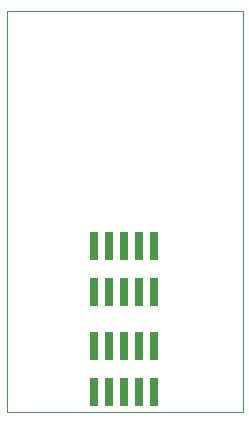
<source format=gtp>
G04*
G04 #@! TF.GenerationSoftware,Altium Limited,Altium Designer,22.2.1 (43)*
G04*
G04 Layer_Color=8421504*
%FSLAX42Y42*%
%MOMM*%
G71*
G04*
G04 #@! TF.SameCoordinates,DB8E118B-81D3-46FB-BB3D-5E7861096478*
G04*
G04*
G04 #@! TF.FilePolarity,Positive*
G04*
G01*
G75*
%ADD13C,0.10*%
%ADD14R,0.76X2.40*%
D13*
X0Y0D02*
Y3400D01*
X2000D01*
Y0D02*
Y3400D01*
X0Y0D02*
X2000D01*
D14*
X1249Y1405D02*
D03*
Y1015D02*
D03*
X868Y1405D02*
D03*
Y1015D02*
D03*
X741D02*
D03*
Y1405D02*
D03*
X995Y1015D02*
D03*
Y1405D02*
D03*
X1122Y1015D02*
D03*
Y1405D02*
D03*
X1249Y565D02*
D03*
Y175D02*
D03*
X868Y565D02*
D03*
Y175D02*
D03*
X741D02*
D03*
Y565D02*
D03*
X995Y175D02*
D03*
Y565D02*
D03*
X1122Y175D02*
D03*
Y565D02*
D03*
M02*

</source>
